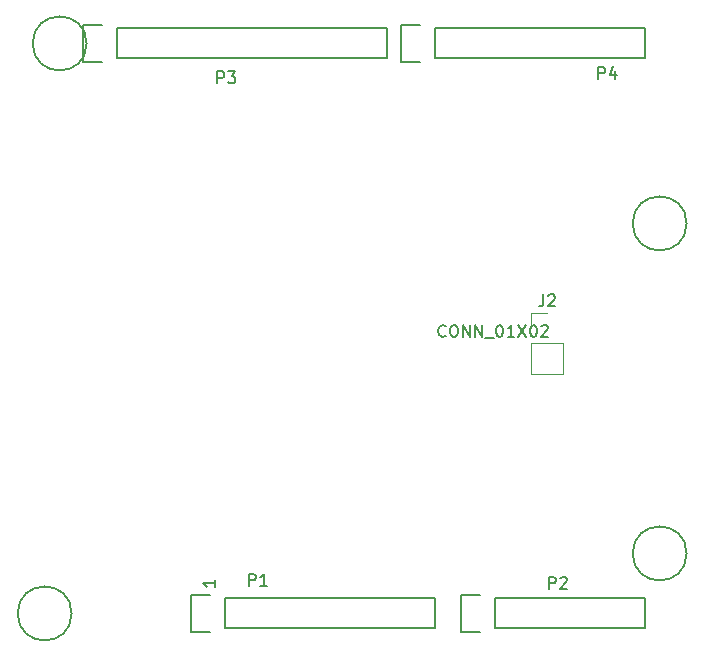
<source format=gbr>
G04 #@! TF.GenerationSoftware,KiCad,Pcbnew,(2017-06-11 revision 44b118f8c)-makepkg*
G04 #@! TF.CreationDate,2017-06-12T04:24:31+02:00*
G04 #@! TF.ProjectId,GRBL_Stepcraft,4752424C5F5374657063726166742E6B,rev?*
G04 #@! TF.FileFunction,Legend,Top*
G04 #@! TF.FilePolarity,Positive*
%FSLAX46Y46*%
G04 Gerber Fmt 4.6, Leading zero omitted, Abs format (unit mm)*
G04 Created by KiCad (PCBNEW (2017-06-11 revision 44b118f8c)-makepkg) date 06/12/17 04:24:31*
%MOMM*%
%LPD*%
G01*
G04 APERTURE LIST*
%ADD10C,0.100000*%
%ADD11C,0.150000*%
%ADD12C,0.120000*%
G04 APERTURE END LIST*
D10*
D11*
X68905380Y-71469285D02*
X68905380Y-72040714D01*
X68905380Y-71755000D02*
X67905380Y-71755000D01*
X68048238Y-71850238D01*
X68143476Y-71945476D01*
X68191095Y-72040714D01*
D12*
X95698000Y-48835000D02*
X97028000Y-48835000D01*
X95698000Y-50165000D02*
X95698000Y-48835000D01*
X98358000Y-51435000D02*
X95698000Y-51435000D01*
X98358000Y-54035000D02*
X98358000Y-51435000D01*
X95698000Y-54035000D02*
X98358000Y-54035000D01*
X95698000Y-51435000D02*
X95698000Y-54035000D01*
D11*
X69723000Y-75565000D02*
X87503000Y-75565000D01*
X87503000Y-75565000D02*
X87503000Y-73025000D01*
X87503000Y-73025000D02*
X69723000Y-73025000D01*
X66903000Y-75845000D02*
X68453000Y-75845000D01*
X69723000Y-75565000D02*
X69723000Y-73025000D01*
X68453000Y-72745000D02*
X66903000Y-72745000D01*
X66903000Y-72745000D02*
X66903000Y-75845000D01*
X92583000Y-75565000D02*
X105283000Y-75565000D01*
X105283000Y-75565000D02*
X105283000Y-73025000D01*
X105283000Y-73025000D02*
X92583000Y-73025000D01*
X89763000Y-75845000D02*
X91313000Y-75845000D01*
X92583000Y-75565000D02*
X92583000Y-73025000D01*
X91313000Y-72745000D02*
X89763000Y-72745000D01*
X89763000Y-72745000D02*
X89763000Y-75845000D01*
X60579000Y-27305000D02*
X83439000Y-27305000D01*
X83439000Y-27305000D02*
X83439000Y-24765000D01*
X83439000Y-24765000D02*
X60579000Y-24765000D01*
X57759000Y-27585000D02*
X59309000Y-27585000D01*
X60579000Y-27305000D02*
X60579000Y-24765000D01*
X59309000Y-24485000D02*
X57759000Y-24485000D01*
X57759000Y-24485000D02*
X57759000Y-27585000D01*
X87503000Y-27305000D02*
X105283000Y-27305000D01*
X105283000Y-27305000D02*
X105283000Y-24765000D01*
X105283000Y-24765000D02*
X87503000Y-24765000D01*
X84683000Y-27585000D02*
X86233000Y-27585000D01*
X87503000Y-27305000D02*
X87503000Y-24765000D01*
X86233000Y-24485000D02*
X84683000Y-24485000D01*
X84683000Y-24485000D02*
X84683000Y-27585000D01*
X56769000Y-74295000D02*
G75*
G03X56769000Y-74295000I-2286000J0D01*
G01*
X108839000Y-69215000D02*
G75*
G03X108839000Y-69215000I-2286000J0D01*
G01*
X58039000Y-26035000D02*
G75*
G03X58039000Y-26035000I-2286000J0D01*
G01*
X108839000Y-41275000D02*
G75*
G03X108839000Y-41275000I-2286000J0D01*
G01*
X96694666Y-47287380D02*
X96694666Y-48001666D01*
X96647047Y-48144523D01*
X96551809Y-48239761D01*
X96408952Y-48287380D01*
X96313714Y-48287380D01*
X97123238Y-47382619D02*
X97170857Y-47335000D01*
X97266095Y-47287380D01*
X97504190Y-47287380D01*
X97599428Y-47335000D01*
X97647047Y-47382619D01*
X97694666Y-47477857D01*
X97694666Y-47573095D01*
X97647047Y-47715952D01*
X97075619Y-48287380D01*
X97694666Y-48287380D01*
X88432190Y-50776142D02*
X88384571Y-50823761D01*
X88241714Y-50871380D01*
X88146476Y-50871380D01*
X88003619Y-50823761D01*
X87908380Y-50728523D01*
X87860761Y-50633285D01*
X87813142Y-50442809D01*
X87813142Y-50299952D01*
X87860761Y-50109476D01*
X87908380Y-50014238D01*
X88003619Y-49919000D01*
X88146476Y-49871380D01*
X88241714Y-49871380D01*
X88384571Y-49919000D01*
X88432190Y-49966619D01*
X89051238Y-49871380D02*
X89241714Y-49871380D01*
X89336952Y-49919000D01*
X89432190Y-50014238D01*
X89479809Y-50204714D01*
X89479809Y-50538047D01*
X89432190Y-50728523D01*
X89336952Y-50823761D01*
X89241714Y-50871380D01*
X89051238Y-50871380D01*
X88956000Y-50823761D01*
X88860761Y-50728523D01*
X88813142Y-50538047D01*
X88813142Y-50204714D01*
X88860761Y-50014238D01*
X88956000Y-49919000D01*
X89051238Y-49871380D01*
X89908380Y-50871380D02*
X89908380Y-49871380D01*
X90479809Y-50871380D01*
X90479809Y-49871380D01*
X90956000Y-50871380D02*
X90956000Y-49871380D01*
X91527428Y-50871380D01*
X91527428Y-49871380D01*
X91765523Y-50966619D02*
X92527428Y-50966619D01*
X92956000Y-49871380D02*
X93051238Y-49871380D01*
X93146476Y-49919000D01*
X93194095Y-49966619D01*
X93241714Y-50061857D01*
X93289333Y-50252333D01*
X93289333Y-50490428D01*
X93241714Y-50680904D01*
X93194095Y-50776142D01*
X93146476Y-50823761D01*
X93051238Y-50871380D01*
X92956000Y-50871380D01*
X92860761Y-50823761D01*
X92813142Y-50776142D01*
X92765523Y-50680904D01*
X92717904Y-50490428D01*
X92717904Y-50252333D01*
X92765523Y-50061857D01*
X92813142Y-49966619D01*
X92860761Y-49919000D01*
X92956000Y-49871380D01*
X94241714Y-50871380D02*
X93670285Y-50871380D01*
X93956000Y-50871380D02*
X93956000Y-49871380D01*
X93860761Y-50014238D01*
X93765523Y-50109476D01*
X93670285Y-50157095D01*
X94575047Y-49871380D02*
X95241714Y-50871380D01*
X95241714Y-49871380D02*
X94575047Y-50871380D01*
X95813142Y-49871380D02*
X95908380Y-49871380D01*
X96003619Y-49919000D01*
X96051238Y-49966619D01*
X96098857Y-50061857D01*
X96146476Y-50252333D01*
X96146476Y-50490428D01*
X96098857Y-50680904D01*
X96051238Y-50776142D01*
X96003619Y-50823761D01*
X95908380Y-50871380D01*
X95813142Y-50871380D01*
X95717904Y-50823761D01*
X95670285Y-50776142D01*
X95622666Y-50680904D01*
X95575047Y-50490428D01*
X95575047Y-50252333D01*
X95622666Y-50061857D01*
X95670285Y-49966619D01*
X95717904Y-49919000D01*
X95813142Y-49871380D01*
X96527428Y-49966619D02*
X96575047Y-49919000D01*
X96670285Y-49871380D01*
X96908380Y-49871380D01*
X97003619Y-49919000D01*
X97051238Y-49966619D01*
X97098857Y-50061857D01*
X97098857Y-50157095D01*
X97051238Y-50299952D01*
X96479809Y-50871380D01*
X97098857Y-50871380D01*
X71778904Y-71953380D02*
X71778904Y-70953380D01*
X72159857Y-70953380D01*
X72255095Y-71001000D01*
X72302714Y-71048619D01*
X72350333Y-71143857D01*
X72350333Y-71286714D01*
X72302714Y-71381952D01*
X72255095Y-71429571D01*
X72159857Y-71477190D01*
X71778904Y-71477190D01*
X73302714Y-71953380D02*
X72731285Y-71953380D01*
X73017000Y-71953380D02*
X73017000Y-70953380D01*
X72921761Y-71096238D01*
X72826523Y-71191476D01*
X72731285Y-71239095D01*
X97178904Y-72207380D02*
X97178904Y-71207380D01*
X97559857Y-71207380D01*
X97655095Y-71255000D01*
X97702714Y-71302619D01*
X97750333Y-71397857D01*
X97750333Y-71540714D01*
X97702714Y-71635952D01*
X97655095Y-71683571D01*
X97559857Y-71731190D01*
X97178904Y-71731190D01*
X98131285Y-71302619D02*
X98178904Y-71255000D01*
X98274142Y-71207380D01*
X98512238Y-71207380D01*
X98607476Y-71255000D01*
X98655095Y-71302619D01*
X98702714Y-71397857D01*
X98702714Y-71493095D01*
X98655095Y-71635952D01*
X98083666Y-72207380D01*
X98702714Y-72207380D01*
X69111904Y-29408380D02*
X69111904Y-28408380D01*
X69492857Y-28408380D01*
X69588095Y-28456000D01*
X69635714Y-28503619D01*
X69683333Y-28598857D01*
X69683333Y-28741714D01*
X69635714Y-28836952D01*
X69588095Y-28884571D01*
X69492857Y-28932190D01*
X69111904Y-28932190D01*
X70016666Y-28408380D02*
X70635714Y-28408380D01*
X70302380Y-28789333D01*
X70445238Y-28789333D01*
X70540476Y-28836952D01*
X70588095Y-28884571D01*
X70635714Y-28979809D01*
X70635714Y-29217904D01*
X70588095Y-29313142D01*
X70540476Y-29360761D01*
X70445238Y-29408380D01*
X70159523Y-29408380D01*
X70064285Y-29360761D01*
X70016666Y-29313142D01*
X101369904Y-29027380D02*
X101369904Y-28027380D01*
X101750857Y-28027380D01*
X101846095Y-28075000D01*
X101893714Y-28122619D01*
X101941333Y-28217857D01*
X101941333Y-28360714D01*
X101893714Y-28455952D01*
X101846095Y-28503571D01*
X101750857Y-28551190D01*
X101369904Y-28551190D01*
X102798476Y-28360714D02*
X102798476Y-29027380D01*
X102560380Y-27979761D02*
X102322285Y-28694047D01*
X102941333Y-28694047D01*
M02*

</source>
